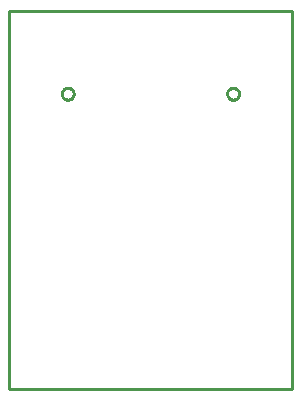
<source format=gbr>
G04 EAGLE Gerber RS-274X export*
G75*
%MOMM*%
%FSLAX34Y34*%
%LPD*%
%IN*%
%IPPOS*%
%AMOC8*
5,1,8,0,0,1.08239X$1,22.5*%
G01*
%ADD10C,0.254000*%


D10*
X0Y0D02*
X240000Y0D01*
X240000Y320000D01*
X0Y320000D01*
X0Y0D01*
X55000Y249719D02*
X54937Y249161D01*
X54812Y248614D01*
X54627Y248084D01*
X54383Y247578D01*
X54084Y247102D01*
X53734Y246663D01*
X53337Y246266D01*
X52898Y245916D01*
X52422Y245617D01*
X51916Y245373D01*
X51386Y245188D01*
X50839Y245063D01*
X50281Y245000D01*
X49719Y245000D01*
X49161Y245063D01*
X48614Y245188D01*
X48084Y245373D01*
X47578Y245617D01*
X47102Y245916D01*
X46663Y246266D01*
X46266Y246663D01*
X45916Y247102D01*
X45617Y247578D01*
X45373Y248084D01*
X45188Y248614D01*
X45063Y249161D01*
X45000Y249719D01*
X45000Y250281D01*
X45063Y250839D01*
X45188Y251386D01*
X45373Y251916D01*
X45617Y252422D01*
X45916Y252898D01*
X46266Y253337D01*
X46663Y253734D01*
X47102Y254084D01*
X47578Y254383D01*
X48084Y254627D01*
X48614Y254812D01*
X49161Y254937D01*
X49719Y255000D01*
X50281Y255000D01*
X50839Y254937D01*
X51386Y254812D01*
X51916Y254627D01*
X52422Y254383D01*
X52898Y254084D01*
X53337Y253734D01*
X53734Y253337D01*
X54084Y252898D01*
X54383Y252422D01*
X54627Y251916D01*
X54812Y251386D01*
X54937Y250839D01*
X55000Y250281D01*
X55000Y249719D01*
X195000Y249719D02*
X194937Y249161D01*
X194812Y248614D01*
X194627Y248084D01*
X194383Y247578D01*
X194084Y247102D01*
X193734Y246663D01*
X193337Y246266D01*
X192898Y245916D01*
X192422Y245617D01*
X191916Y245373D01*
X191386Y245188D01*
X190839Y245063D01*
X190281Y245000D01*
X189719Y245000D01*
X189161Y245063D01*
X188614Y245188D01*
X188084Y245373D01*
X187578Y245617D01*
X187102Y245916D01*
X186663Y246266D01*
X186266Y246663D01*
X185916Y247102D01*
X185617Y247578D01*
X185373Y248084D01*
X185188Y248614D01*
X185063Y249161D01*
X185000Y249719D01*
X185000Y250281D01*
X185063Y250839D01*
X185188Y251386D01*
X185373Y251916D01*
X185617Y252422D01*
X185916Y252898D01*
X186266Y253337D01*
X186663Y253734D01*
X187102Y254084D01*
X187578Y254383D01*
X188084Y254627D01*
X188614Y254812D01*
X189161Y254937D01*
X189719Y255000D01*
X190281Y255000D01*
X190839Y254937D01*
X191386Y254812D01*
X191916Y254627D01*
X192422Y254383D01*
X192898Y254084D01*
X193337Y253734D01*
X193734Y253337D01*
X194084Y252898D01*
X194383Y252422D01*
X194627Y251916D01*
X194812Y251386D01*
X194937Y250839D01*
X195000Y250281D01*
X195000Y249719D01*
M02*

</source>
